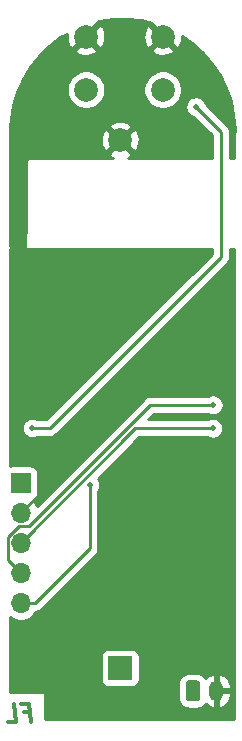
<source format=gbr>
G04 #@! TF.GenerationSoftware,KiCad,Pcbnew,(5.1.5)-1*
G04 #@! TF.CreationDate,2021-02-19T11:30:45+01:00*
G04 #@! TF.ProjectId,button - AAA,62757474-6f6e-4202-9d20-4141412e6b69,rev?*
G04 #@! TF.SameCoordinates,Original*
G04 #@! TF.FileFunction,Copper,L2,Bot*
G04 #@! TF.FilePolarity,Positive*
%FSLAX46Y46*%
G04 Gerber Fmt 4.6, Leading zero omitted, Abs format (unit mm)*
G04 Created by KiCad (PCBNEW (5.1.5)-1) date 2021-02-19 11:30:45*
%MOMM*%
%LPD*%
G04 APERTURE LIST*
%ADD10C,0.300000*%
%ADD11O,1.700000X1.700000*%
%ADD12R,1.700000X1.700000*%
%ADD13C,2.000000*%
%ADD14R,2.000000X2.000000*%
%ADD15O,1.200000X1.750000*%
%ADD16C,0.100000*%
%ADD17C,0.500000*%
%ADD18C,0.800000*%
%ADD19C,0.250000*%
%ADD20C,0.254000*%
G04 APERTURE END LIST*
D10*
X118650714Y-112312857D02*
X119150714Y-112312857D01*
X119248928Y-113098571D02*
X119061428Y-111598571D01*
X118347142Y-111598571D01*
X117248928Y-113098571D02*
X117963214Y-113098571D01*
X117775714Y-111598571D01*
D11*
X118370000Y-103060000D03*
X118370000Y-100520000D03*
X118370000Y-97980000D03*
X118370000Y-95440000D03*
D12*
X118370000Y-92900000D03*
D13*
X126790000Y-63870000D03*
D14*
X126790000Y-108570000D03*
D15*
X134930000Y-110490000D03*
G04 #@! TA.AperFunction,ComponentPad*
D16*
G36*
X133304505Y-109616204D02*
G01*
X133328773Y-109619804D01*
X133352572Y-109625765D01*
X133375671Y-109634030D01*
X133397850Y-109644520D01*
X133418893Y-109657132D01*
X133438599Y-109671747D01*
X133456777Y-109688223D01*
X133473253Y-109706401D01*
X133487868Y-109726107D01*
X133500480Y-109747150D01*
X133510970Y-109769329D01*
X133519235Y-109792428D01*
X133525196Y-109816227D01*
X133528796Y-109840495D01*
X133530000Y-109864999D01*
X133530000Y-111115001D01*
X133528796Y-111139505D01*
X133525196Y-111163773D01*
X133519235Y-111187572D01*
X133510970Y-111210671D01*
X133500480Y-111232850D01*
X133487868Y-111253893D01*
X133473253Y-111273599D01*
X133456777Y-111291777D01*
X133438599Y-111308253D01*
X133418893Y-111322868D01*
X133397850Y-111335480D01*
X133375671Y-111345970D01*
X133352572Y-111354235D01*
X133328773Y-111360196D01*
X133304505Y-111363796D01*
X133280001Y-111365000D01*
X132579999Y-111365000D01*
X132555495Y-111363796D01*
X132531227Y-111360196D01*
X132507428Y-111354235D01*
X132484329Y-111345970D01*
X132462150Y-111335480D01*
X132441107Y-111322868D01*
X132421401Y-111308253D01*
X132403223Y-111291777D01*
X132386747Y-111273599D01*
X132372132Y-111253893D01*
X132359520Y-111232850D01*
X132349030Y-111210671D01*
X132340765Y-111187572D01*
X132334804Y-111163773D01*
X132331204Y-111139505D01*
X132330000Y-111115001D01*
X132330000Y-109864999D01*
X132331204Y-109840495D01*
X132334804Y-109816227D01*
X132340765Y-109792428D01*
X132349030Y-109769329D01*
X132359520Y-109747150D01*
X132372132Y-109726107D01*
X132386747Y-109706401D01*
X132403223Y-109688223D01*
X132421401Y-109671747D01*
X132441107Y-109657132D01*
X132462150Y-109644520D01*
X132484329Y-109634030D01*
X132507428Y-109625765D01*
X132531227Y-109619804D01*
X132555495Y-109616204D01*
X132579999Y-109615000D01*
X133280001Y-109615000D01*
X133304505Y-109616204D01*
G37*
G04 #@! TD.AperFunction*
D13*
X123890000Y-59600000D03*
X123890000Y-55100000D03*
X130390000Y-59600000D03*
X130390000Y-55100000D03*
D17*
X121980000Y-89810000D03*
X133180000Y-61030000D03*
X134630000Y-88280000D03*
X134660000Y-86280000D03*
X126700000Y-95500000D03*
X124060000Y-107740000D03*
X122560000Y-102650000D03*
X130070000Y-105350000D03*
D18*
X134970000Y-104790000D03*
D17*
X119350000Y-88240000D03*
X124190000Y-93090000D03*
D19*
X133429999Y-61279999D02*
X133180000Y-61030000D01*
X135295010Y-73794990D02*
X135295010Y-63145010D01*
X120850000Y-88240000D02*
X135295010Y-73794990D01*
X135295010Y-63145010D02*
X133429999Y-61279999D01*
X119350000Y-88240000D02*
X120850000Y-88240000D01*
X121980000Y-91830000D02*
X121980000Y-89810000D01*
X118370000Y-95440000D02*
X121980000Y-91830000D01*
X119572081Y-103060000D02*
X124190000Y-98442081D01*
X118370000Y-103060000D02*
X119572081Y-103060000D01*
X124190000Y-98442081D02*
X124190000Y-93180000D01*
X128070000Y-88280000D02*
X134630000Y-88280000D01*
X118370000Y-97980000D02*
X128070000Y-88280000D01*
X118243997Y-96515001D02*
X119104999Y-96515001D01*
X118370000Y-100520000D02*
X117294999Y-99444999D01*
X117294999Y-97463999D02*
X118243997Y-96515001D01*
X117294999Y-99444999D02*
X117294999Y-97463999D01*
X129340000Y-86280000D02*
X134660000Y-86280000D01*
X119104999Y-96515001D02*
X129340000Y-86280000D01*
D20*
G36*
X128582338Y-53738129D02*
G01*
X129442009Y-53943006D01*
X129434192Y-53964587D01*
X130390000Y-54920395D01*
X130404143Y-54906253D01*
X130583748Y-55085858D01*
X130569605Y-55100000D01*
X131525413Y-56055808D01*
X131789814Y-55960044D01*
X131930704Y-55670429D01*
X132012384Y-55358892D01*
X132029697Y-55071015D01*
X132893910Y-55676249D01*
X133778022Y-56478045D01*
X134554672Y-57384328D01*
X135211609Y-58380803D01*
X135738472Y-59451750D01*
X136126957Y-60580295D01*
X136370937Y-61748638D01*
X136467531Y-62950423D01*
X136463362Y-63423695D01*
X136463077Y-63426588D01*
X136463031Y-65392294D01*
X136055010Y-65391849D01*
X136055010Y-63182333D01*
X136058686Y-63145010D01*
X136055010Y-63107687D01*
X136055010Y-63107677D01*
X136044013Y-62996024D01*
X136000556Y-62852763D01*
X135929984Y-62720734D01*
X135835011Y-62605009D01*
X135806013Y-62581211D01*
X134039515Y-60814714D01*
X134030990Y-60771855D01*
X133964277Y-60610795D01*
X133867424Y-60465845D01*
X133744155Y-60342576D01*
X133599205Y-60245723D01*
X133438145Y-60179010D01*
X133267165Y-60145000D01*
X133092835Y-60145000D01*
X132921855Y-60179010D01*
X132760795Y-60245723D01*
X132615845Y-60342576D01*
X132492576Y-60465845D01*
X132395723Y-60610795D01*
X132329010Y-60771855D01*
X132295000Y-60942835D01*
X132295000Y-61117165D01*
X132329010Y-61288145D01*
X132395723Y-61449205D01*
X132492576Y-61594155D01*
X132615845Y-61717424D01*
X132760795Y-61814277D01*
X132921855Y-61880990D01*
X132964714Y-61889515D01*
X134535011Y-63459813D01*
X134535011Y-65390189D01*
X127419293Y-65382416D01*
X127476088Y-65362795D01*
X127650044Y-65269814D01*
X127745808Y-65005413D01*
X126790000Y-64049605D01*
X125834192Y-65005413D01*
X125929956Y-65269814D01*
X126158591Y-65381039D01*
X119044975Y-65373269D01*
X119020196Y-65375682D01*
X118996363Y-65382883D01*
X118974394Y-65394595D01*
X118955132Y-65410368D01*
X118939316Y-65429596D01*
X118927556Y-65451540D01*
X118921005Y-65473051D01*
X118900314Y-65473000D01*
X118875053Y-65475474D01*
X118851239Y-65482734D01*
X118829298Y-65494500D01*
X118810075Y-65510321D01*
X118794307Y-65529587D01*
X118782601Y-65551560D01*
X118775406Y-65575394D01*
X118773000Y-65600174D01*
X118779909Y-70643844D01*
X118718529Y-72933585D01*
X118720304Y-72958418D01*
X118726890Y-72982427D01*
X118738034Y-73004690D01*
X118753306Y-73024352D01*
X118772121Y-73040656D01*
X118793755Y-73052976D01*
X118817378Y-73060839D01*
X118845045Y-73063987D01*
X134535010Y-73118116D01*
X134535010Y-73480188D01*
X120535199Y-87480000D01*
X119805538Y-87480000D01*
X119769205Y-87455723D01*
X119608145Y-87389010D01*
X119437165Y-87355000D01*
X119262835Y-87355000D01*
X119091855Y-87389010D01*
X118930795Y-87455723D01*
X118785845Y-87552576D01*
X118662576Y-87675845D01*
X118565723Y-87820795D01*
X118499010Y-87981855D01*
X118465000Y-88152835D01*
X118465000Y-88327165D01*
X118499010Y-88498145D01*
X118565723Y-88659205D01*
X118662576Y-88804155D01*
X118785845Y-88927424D01*
X118930795Y-89024277D01*
X119091855Y-89090990D01*
X119262835Y-89125000D01*
X119437165Y-89125000D01*
X119608145Y-89090990D01*
X119769205Y-89024277D01*
X119805538Y-89000000D01*
X120812678Y-89000000D01*
X120850000Y-89003676D01*
X120887322Y-89000000D01*
X120887333Y-89000000D01*
X120998986Y-88989003D01*
X121142247Y-88945546D01*
X121274276Y-88874974D01*
X121390001Y-88780001D01*
X121413804Y-88750997D01*
X135806014Y-74358788D01*
X135835011Y-74334991D01*
X135861342Y-74302907D01*
X135929984Y-74219267D01*
X136000556Y-74087237D01*
X136000556Y-74087236D01*
X136044013Y-73943976D01*
X136055010Y-73832323D01*
X136055010Y-73832314D01*
X136058686Y-73794991D01*
X136055010Y-73757668D01*
X136055010Y-73123360D01*
X136462849Y-73124767D01*
X136461916Y-112852600D01*
X120394375Y-112852600D01*
X120394375Y-110630000D01*
X117461791Y-110630000D01*
X117461676Y-107570000D01*
X125151928Y-107570000D01*
X125151928Y-109570000D01*
X125164188Y-109694482D01*
X125200498Y-109814180D01*
X125259463Y-109924494D01*
X125338815Y-110021185D01*
X125435506Y-110100537D01*
X125545820Y-110159502D01*
X125665518Y-110195812D01*
X125790000Y-110208072D01*
X127790000Y-110208072D01*
X127914482Y-110195812D01*
X128034180Y-110159502D01*
X128144494Y-110100537D01*
X128241185Y-110021185D01*
X128320537Y-109924494D01*
X128352338Y-109864999D01*
X131691928Y-109864999D01*
X131691928Y-111115001D01*
X131708992Y-111288255D01*
X131759528Y-111454851D01*
X131841595Y-111608387D01*
X131952038Y-111742962D01*
X132086613Y-111853405D01*
X132240149Y-111935472D01*
X132406745Y-111986008D01*
X132579999Y-112003072D01*
X133280001Y-112003072D01*
X133453255Y-111986008D01*
X133619851Y-111935472D01*
X133773387Y-111853405D01*
X133907962Y-111742962D01*
X134018405Y-111608387D01*
X134020967Y-111603594D01*
X134146526Y-111728078D01*
X134349467Y-111862421D01*
X134574718Y-111954591D01*
X134612391Y-111958462D01*
X134803000Y-111833731D01*
X134803000Y-110617000D01*
X135057000Y-110617000D01*
X135057000Y-111833731D01*
X135247609Y-111958462D01*
X135285282Y-111954591D01*
X135510533Y-111862421D01*
X135713474Y-111728078D01*
X135886307Y-111556725D01*
X136022390Y-111354946D01*
X136116493Y-111130496D01*
X136165000Y-110892000D01*
X136165000Y-110617000D01*
X135057000Y-110617000D01*
X134803000Y-110617000D01*
X134783000Y-110617000D01*
X134783000Y-110363000D01*
X134803000Y-110363000D01*
X134803000Y-109146269D01*
X135057000Y-109146269D01*
X135057000Y-110363000D01*
X136165000Y-110363000D01*
X136165000Y-110088000D01*
X136116493Y-109849504D01*
X136022390Y-109625054D01*
X135886307Y-109423275D01*
X135713474Y-109251922D01*
X135510533Y-109117579D01*
X135285282Y-109025409D01*
X135247609Y-109021538D01*
X135057000Y-109146269D01*
X134803000Y-109146269D01*
X134612391Y-109021538D01*
X134574718Y-109025409D01*
X134349467Y-109117579D01*
X134146526Y-109251922D01*
X134020967Y-109376406D01*
X134018405Y-109371613D01*
X133907962Y-109237038D01*
X133773387Y-109126595D01*
X133619851Y-109044528D01*
X133453255Y-108993992D01*
X133280001Y-108976928D01*
X132579999Y-108976928D01*
X132406745Y-108993992D01*
X132240149Y-109044528D01*
X132086613Y-109126595D01*
X131952038Y-109237038D01*
X131841595Y-109371613D01*
X131759528Y-109525149D01*
X131708992Y-109691745D01*
X131691928Y-109864999D01*
X128352338Y-109864999D01*
X128379502Y-109814180D01*
X128415812Y-109694482D01*
X128428072Y-109570000D01*
X128428072Y-107570000D01*
X128415812Y-107445518D01*
X128379502Y-107325820D01*
X128320537Y-107215506D01*
X128241185Y-107118815D01*
X128144494Y-107039463D01*
X128034180Y-106980498D01*
X127914482Y-106944188D01*
X127790000Y-106931928D01*
X125790000Y-106931928D01*
X125665518Y-106944188D01*
X125545820Y-106980498D01*
X125435506Y-107039463D01*
X125338815Y-107118815D01*
X125259463Y-107215506D01*
X125200498Y-107325820D01*
X125164188Y-107445518D01*
X125151928Y-107570000D01*
X117461676Y-107570000D01*
X117461549Y-104238987D01*
X117666589Y-104375990D01*
X117936842Y-104487932D01*
X118223740Y-104545000D01*
X118516260Y-104545000D01*
X118803158Y-104487932D01*
X119073411Y-104375990D01*
X119316632Y-104213475D01*
X119523475Y-104006632D01*
X119650909Y-103815913D01*
X119721067Y-103809003D01*
X119864328Y-103765546D01*
X119996357Y-103694974D01*
X120112082Y-103600001D01*
X120135885Y-103570997D01*
X124701004Y-99005879D01*
X124730001Y-98982082D01*
X124824974Y-98866357D01*
X124895546Y-98734328D01*
X124939003Y-98591067D01*
X124950000Y-98479414D01*
X124950000Y-98479406D01*
X124953676Y-98442081D01*
X124950000Y-98404756D01*
X124950000Y-93545538D01*
X124974277Y-93509205D01*
X125040990Y-93348145D01*
X125075000Y-93177165D01*
X125075000Y-93002835D01*
X125040990Y-92831855D01*
X124974277Y-92670795D01*
X124886049Y-92538753D01*
X128384802Y-89040000D01*
X134174462Y-89040000D01*
X134210795Y-89064277D01*
X134371855Y-89130990D01*
X134542835Y-89165000D01*
X134717165Y-89165000D01*
X134888145Y-89130990D01*
X135049205Y-89064277D01*
X135194155Y-88967424D01*
X135317424Y-88844155D01*
X135414277Y-88699205D01*
X135480990Y-88538145D01*
X135515000Y-88367165D01*
X135515000Y-88192835D01*
X135480990Y-88021855D01*
X135414277Y-87860795D01*
X135317424Y-87715845D01*
X135194155Y-87592576D01*
X135049205Y-87495723D01*
X134888145Y-87429010D01*
X134717165Y-87395000D01*
X134542835Y-87395000D01*
X134371855Y-87429010D01*
X134210795Y-87495723D01*
X134174462Y-87520000D01*
X129174802Y-87520000D01*
X129654802Y-87040000D01*
X134204462Y-87040000D01*
X134240795Y-87064277D01*
X134401855Y-87130990D01*
X134572835Y-87165000D01*
X134747165Y-87165000D01*
X134918145Y-87130990D01*
X135079205Y-87064277D01*
X135224155Y-86967424D01*
X135347424Y-86844155D01*
X135444277Y-86699205D01*
X135510990Y-86538145D01*
X135545000Y-86367165D01*
X135545000Y-86192835D01*
X135510990Y-86021855D01*
X135444277Y-85860795D01*
X135347424Y-85715845D01*
X135224155Y-85592576D01*
X135079205Y-85495723D01*
X134918145Y-85429010D01*
X134747165Y-85395000D01*
X134572835Y-85395000D01*
X134401855Y-85429010D01*
X134240795Y-85495723D01*
X134204462Y-85520000D01*
X129377322Y-85520000D01*
X129339999Y-85516324D01*
X129302676Y-85520000D01*
X129302667Y-85520000D01*
X129191014Y-85530997D01*
X129047753Y-85574454D01*
X128915724Y-85645026D01*
X128799999Y-85739999D01*
X128776201Y-85768997D01*
X119716001Y-94829198D01*
X119641641Y-94673080D01*
X119467588Y-94439731D01*
X119383534Y-94363966D01*
X119464180Y-94339502D01*
X119574494Y-94280537D01*
X119671185Y-94201185D01*
X119750537Y-94104494D01*
X119809502Y-93994180D01*
X119845812Y-93874482D01*
X119858072Y-93750000D01*
X119858072Y-92050000D01*
X119845812Y-91925518D01*
X119809502Y-91805820D01*
X119750537Y-91695506D01*
X119671185Y-91598815D01*
X119574494Y-91519463D01*
X119464180Y-91460498D01*
X119344482Y-91424188D01*
X119220000Y-91411928D01*
X117520000Y-91411928D01*
X117461064Y-91417733D01*
X117460369Y-73059210D01*
X117742936Y-73060185D01*
X117767721Y-73057830D01*
X117791570Y-73050686D01*
X117813567Y-73039025D01*
X117832866Y-73023298D01*
X117848727Y-73004107D01*
X117860538Y-72982191D01*
X117867848Y-72958392D01*
X117870373Y-72933624D01*
X117868018Y-72908839D01*
X117860874Y-72884990D01*
X117849213Y-72862993D01*
X117833486Y-72843694D01*
X117814295Y-72827833D01*
X117792379Y-72816022D01*
X117768580Y-72808712D01*
X117745888Y-72806211D01*
X117460360Y-72800557D01*
X117460025Y-63932595D01*
X125148282Y-63932595D01*
X125192039Y-64251675D01*
X125297205Y-64556088D01*
X125390186Y-64730044D01*
X125654587Y-64825808D01*
X126610395Y-63870000D01*
X126969605Y-63870000D01*
X127925413Y-64825808D01*
X128189814Y-64730044D01*
X128330704Y-64440429D01*
X128412384Y-64128892D01*
X128431718Y-63807405D01*
X128387961Y-63488325D01*
X128282795Y-63183912D01*
X128189814Y-63009956D01*
X127925413Y-62914192D01*
X126969605Y-63870000D01*
X126610395Y-63870000D01*
X125654587Y-62914192D01*
X125390186Y-63009956D01*
X125249296Y-63299571D01*
X125167616Y-63611108D01*
X125148282Y-63932595D01*
X117460025Y-63932595D01*
X117460000Y-63295007D01*
X117485494Y-62734587D01*
X125834192Y-62734587D01*
X126790000Y-63690395D01*
X127745808Y-62734587D01*
X127650044Y-62470186D01*
X127360429Y-62329296D01*
X127048892Y-62247616D01*
X126727405Y-62228282D01*
X126408325Y-62272039D01*
X126103912Y-62377205D01*
X125929956Y-62470186D01*
X125834192Y-62734587D01*
X117485494Y-62734587D01*
X117515445Y-62076211D01*
X117718693Y-60900104D01*
X118067742Y-59758751D01*
X118211490Y-59438967D01*
X122255000Y-59438967D01*
X122255000Y-59761033D01*
X122317832Y-60076912D01*
X122441082Y-60374463D01*
X122620013Y-60642252D01*
X122847748Y-60869987D01*
X123115537Y-61048918D01*
X123413088Y-61172168D01*
X123728967Y-61235000D01*
X124051033Y-61235000D01*
X124366912Y-61172168D01*
X124664463Y-61048918D01*
X124932252Y-60869987D01*
X125159987Y-60642252D01*
X125338918Y-60374463D01*
X125462168Y-60076912D01*
X125525000Y-59761033D01*
X125525000Y-59438967D01*
X128755000Y-59438967D01*
X128755000Y-59761033D01*
X128817832Y-60076912D01*
X128941082Y-60374463D01*
X129120013Y-60642252D01*
X129347748Y-60869987D01*
X129615537Y-61048918D01*
X129913088Y-61172168D01*
X130228967Y-61235000D01*
X130551033Y-61235000D01*
X130866912Y-61172168D01*
X131164463Y-61048918D01*
X131432252Y-60869987D01*
X131659987Y-60642252D01*
X131838918Y-60374463D01*
X131962168Y-60076912D01*
X132025000Y-59761033D01*
X132025000Y-59438967D01*
X131962168Y-59123088D01*
X131838918Y-58825537D01*
X131659987Y-58557748D01*
X131432252Y-58330013D01*
X131164463Y-58151082D01*
X130866912Y-58027832D01*
X130551033Y-57965000D01*
X130228967Y-57965000D01*
X129913088Y-58027832D01*
X129615537Y-58151082D01*
X129347748Y-58330013D01*
X129120013Y-58557748D01*
X128941082Y-58825537D01*
X128817832Y-59123088D01*
X128755000Y-59438967D01*
X125525000Y-59438967D01*
X125462168Y-59123088D01*
X125338918Y-58825537D01*
X125159987Y-58557748D01*
X124932252Y-58330013D01*
X124664463Y-58151082D01*
X124366912Y-58027832D01*
X124051033Y-57965000D01*
X123728967Y-57965000D01*
X123413088Y-58027832D01*
X123115537Y-58151082D01*
X122847748Y-58330013D01*
X122620013Y-58557748D01*
X122441082Y-58825537D01*
X122317832Y-59123088D01*
X122255000Y-59438967D01*
X118211490Y-59438967D01*
X118557088Y-58670145D01*
X119179016Y-57651453D01*
X119923714Y-56718740D01*
X120420811Y-56235413D01*
X122934192Y-56235413D01*
X123029956Y-56499814D01*
X123319571Y-56640704D01*
X123631108Y-56722384D01*
X123952595Y-56741718D01*
X124271675Y-56697961D01*
X124576088Y-56592795D01*
X124750044Y-56499814D01*
X124845808Y-56235413D01*
X129434192Y-56235413D01*
X129529956Y-56499814D01*
X129819571Y-56640704D01*
X130131108Y-56722384D01*
X130452595Y-56741718D01*
X130771675Y-56697961D01*
X131076088Y-56592795D01*
X131250044Y-56499814D01*
X131345808Y-56235413D01*
X130390000Y-55279605D01*
X129434192Y-56235413D01*
X124845808Y-56235413D01*
X123890000Y-55279605D01*
X122934192Y-56235413D01*
X120420811Y-56235413D01*
X120779446Y-55886714D01*
X121732700Y-55168508D01*
X122266301Y-54862970D01*
X122248282Y-55162595D01*
X122292039Y-55481675D01*
X122397205Y-55786088D01*
X122490186Y-55960044D01*
X122754587Y-56055808D01*
X123710395Y-55100000D01*
X124069605Y-55100000D01*
X125025413Y-56055808D01*
X125289814Y-55960044D01*
X125430704Y-55670429D01*
X125512384Y-55358892D01*
X125524189Y-55162595D01*
X128748282Y-55162595D01*
X128792039Y-55481675D01*
X128897205Y-55786088D01*
X128990186Y-55960044D01*
X129254587Y-56055808D01*
X130210395Y-55100000D01*
X129254587Y-54144192D01*
X128990186Y-54239956D01*
X128849296Y-54529571D01*
X128767616Y-54841108D01*
X128748282Y-55162595D01*
X125524189Y-55162595D01*
X125531718Y-55037405D01*
X125487961Y-54718325D01*
X125382795Y-54413912D01*
X125289814Y-54239956D01*
X125025413Y-54144192D01*
X124069605Y-55100000D01*
X123710395Y-55100000D01*
X123696253Y-55085858D01*
X123875858Y-54906253D01*
X123890000Y-54920395D01*
X124845808Y-53964587D01*
X124807497Y-53858813D01*
X125021087Y-53799999D01*
X126202442Y-53629863D01*
X127395791Y-53609130D01*
X128582338Y-53738129D01*
G37*
X128582338Y-53738129D02*
X129442009Y-53943006D01*
X129434192Y-53964587D01*
X130390000Y-54920395D01*
X130404143Y-54906253D01*
X130583748Y-55085858D01*
X130569605Y-55100000D01*
X131525413Y-56055808D01*
X131789814Y-55960044D01*
X131930704Y-55670429D01*
X132012384Y-55358892D01*
X132029697Y-55071015D01*
X132893910Y-55676249D01*
X133778022Y-56478045D01*
X134554672Y-57384328D01*
X135211609Y-58380803D01*
X135738472Y-59451750D01*
X136126957Y-60580295D01*
X136370937Y-61748638D01*
X136467531Y-62950423D01*
X136463362Y-63423695D01*
X136463077Y-63426588D01*
X136463031Y-65392294D01*
X136055010Y-65391849D01*
X136055010Y-63182333D01*
X136058686Y-63145010D01*
X136055010Y-63107687D01*
X136055010Y-63107677D01*
X136044013Y-62996024D01*
X136000556Y-62852763D01*
X135929984Y-62720734D01*
X135835011Y-62605009D01*
X135806013Y-62581211D01*
X134039515Y-60814714D01*
X134030990Y-60771855D01*
X133964277Y-60610795D01*
X133867424Y-60465845D01*
X133744155Y-60342576D01*
X133599205Y-60245723D01*
X133438145Y-60179010D01*
X133267165Y-60145000D01*
X133092835Y-60145000D01*
X132921855Y-60179010D01*
X132760795Y-60245723D01*
X132615845Y-60342576D01*
X132492576Y-60465845D01*
X132395723Y-60610795D01*
X132329010Y-60771855D01*
X132295000Y-60942835D01*
X132295000Y-61117165D01*
X132329010Y-61288145D01*
X132395723Y-61449205D01*
X132492576Y-61594155D01*
X132615845Y-61717424D01*
X132760795Y-61814277D01*
X132921855Y-61880990D01*
X132964714Y-61889515D01*
X134535011Y-63459813D01*
X134535011Y-65390189D01*
X127419293Y-65382416D01*
X127476088Y-65362795D01*
X127650044Y-65269814D01*
X127745808Y-65005413D01*
X126790000Y-64049605D01*
X125834192Y-65005413D01*
X125929956Y-65269814D01*
X126158591Y-65381039D01*
X119044975Y-65373269D01*
X119020196Y-65375682D01*
X118996363Y-65382883D01*
X118974394Y-65394595D01*
X118955132Y-65410368D01*
X118939316Y-65429596D01*
X118927556Y-65451540D01*
X118921005Y-65473051D01*
X118900314Y-65473000D01*
X118875053Y-65475474D01*
X118851239Y-65482734D01*
X118829298Y-65494500D01*
X118810075Y-65510321D01*
X118794307Y-65529587D01*
X118782601Y-65551560D01*
X118775406Y-65575394D01*
X118773000Y-65600174D01*
X118779909Y-70643844D01*
X118718529Y-72933585D01*
X118720304Y-72958418D01*
X118726890Y-72982427D01*
X118738034Y-73004690D01*
X118753306Y-73024352D01*
X118772121Y-73040656D01*
X118793755Y-73052976D01*
X118817378Y-73060839D01*
X118845045Y-73063987D01*
X134535010Y-73118116D01*
X134535010Y-73480188D01*
X120535199Y-87480000D01*
X119805538Y-87480000D01*
X119769205Y-87455723D01*
X119608145Y-87389010D01*
X119437165Y-87355000D01*
X119262835Y-87355000D01*
X119091855Y-87389010D01*
X118930795Y-87455723D01*
X118785845Y-87552576D01*
X118662576Y-87675845D01*
X118565723Y-87820795D01*
X118499010Y-87981855D01*
X118465000Y-88152835D01*
X118465000Y-88327165D01*
X118499010Y-88498145D01*
X118565723Y-88659205D01*
X118662576Y-88804155D01*
X118785845Y-88927424D01*
X118930795Y-89024277D01*
X119091855Y-89090990D01*
X119262835Y-89125000D01*
X119437165Y-89125000D01*
X119608145Y-89090990D01*
X119769205Y-89024277D01*
X119805538Y-89000000D01*
X120812678Y-89000000D01*
X120850000Y-89003676D01*
X120887322Y-89000000D01*
X120887333Y-89000000D01*
X120998986Y-88989003D01*
X121142247Y-88945546D01*
X121274276Y-88874974D01*
X121390001Y-88780001D01*
X121413804Y-88750997D01*
X135806014Y-74358788D01*
X135835011Y-74334991D01*
X135861342Y-74302907D01*
X135929984Y-74219267D01*
X136000556Y-74087237D01*
X136000556Y-74087236D01*
X136044013Y-73943976D01*
X136055010Y-73832323D01*
X136055010Y-73832314D01*
X136058686Y-73794991D01*
X136055010Y-73757668D01*
X136055010Y-73123360D01*
X136462849Y-73124767D01*
X136461916Y-112852600D01*
X120394375Y-112852600D01*
X120394375Y-110630000D01*
X117461791Y-110630000D01*
X117461676Y-107570000D01*
X125151928Y-107570000D01*
X125151928Y-109570000D01*
X125164188Y-109694482D01*
X125200498Y-109814180D01*
X125259463Y-109924494D01*
X125338815Y-110021185D01*
X125435506Y-110100537D01*
X125545820Y-110159502D01*
X125665518Y-110195812D01*
X125790000Y-110208072D01*
X127790000Y-110208072D01*
X127914482Y-110195812D01*
X128034180Y-110159502D01*
X128144494Y-110100537D01*
X128241185Y-110021185D01*
X128320537Y-109924494D01*
X128352338Y-109864999D01*
X131691928Y-109864999D01*
X131691928Y-111115001D01*
X131708992Y-111288255D01*
X131759528Y-111454851D01*
X131841595Y-111608387D01*
X131952038Y-111742962D01*
X132086613Y-111853405D01*
X132240149Y-111935472D01*
X132406745Y-111986008D01*
X132579999Y-112003072D01*
X133280001Y-112003072D01*
X133453255Y-111986008D01*
X133619851Y-111935472D01*
X133773387Y-111853405D01*
X133907962Y-111742962D01*
X134018405Y-111608387D01*
X134020967Y-111603594D01*
X134146526Y-111728078D01*
X134349467Y-111862421D01*
X134574718Y-111954591D01*
X134612391Y-111958462D01*
X134803000Y-111833731D01*
X134803000Y-110617000D01*
X135057000Y-110617000D01*
X135057000Y-111833731D01*
X135247609Y-111958462D01*
X135285282Y-111954591D01*
X135510533Y-111862421D01*
X135713474Y-111728078D01*
X135886307Y-111556725D01*
X136022390Y-111354946D01*
X136116493Y-111130496D01*
X136165000Y-110892000D01*
X136165000Y-110617000D01*
X135057000Y-110617000D01*
X134803000Y-110617000D01*
X134783000Y-110617000D01*
X134783000Y-110363000D01*
X134803000Y-110363000D01*
X134803000Y-109146269D01*
X135057000Y-109146269D01*
X135057000Y-110363000D01*
X136165000Y-110363000D01*
X136165000Y-110088000D01*
X136116493Y-109849504D01*
X136022390Y-109625054D01*
X135886307Y-109423275D01*
X135713474Y-109251922D01*
X135510533Y-109117579D01*
X135285282Y-109025409D01*
X135247609Y-109021538D01*
X135057000Y-109146269D01*
X134803000Y-109146269D01*
X134612391Y-109021538D01*
X134574718Y-109025409D01*
X134349467Y-109117579D01*
X134146526Y-109251922D01*
X134020967Y-109376406D01*
X134018405Y-109371613D01*
X133907962Y-109237038D01*
X133773387Y-109126595D01*
X133619851Y-109044528D01*
X133453255Y-108993992D01*
X133280001Y-108976928D01*
X132579999Y-108976928D01*
X132406745Y-108993992D01*
X132240149Y-109044528D01*
X132086613Y-109126595D01*
X131952038Y-109237038D01*
X131841595Y-109371613D01*
X131759528Y-109525149D01*
X131708992Y-109691745D01*
X131691928Y-109864999D01*
X128352338Y-109864999D01*
X128379502Y-109814180D01*
X128415812Y-109694482D01*
X128428072Y-109570000D01*
X128428072Y-107570000D01*
X128415812Y-107445518D01*
X128379502Y-107325820D01*
X128320537Y-107215506D01*
X128241185Y-107118815D01*
X128144494Y-107039463D01*
X128034180Y-106980498D01*
X127914482Y-106944188D01*
X127790000Y-106931928D01*
X125790000Y-106931928D01*
X125665518Y-106944188D01*
X125545820Y-106980498D01*
X125435506Y-107039463D01*
X125338815Y-107118815D01*
X125259463Y-107215506D01*
X125200498Y-107325820D01*
X125164188Y-107445518D01*
X125151928Y-107570000D01*
X117461676Y-107570000D01*
X117461549Y-104238987D01*
X117666589Y-104375990D01*
X117936842Y-104487932D01*
X118223740Y-104545000D01*
X118516260Y-104545000D01*
X118803158Y-104487932D01*
X119073411Y-104375990D01*
X119316632Y-104213475D01*
X119523475Y-104006632D01*
X119650909Y-103815913D01*
X119721067Y-103809003D01*
X119864328Y-103765546D01*
X119996357Y-103694974D01*
X120112082Y-103600001D01*
X120135885Y-103570997D01*
X124701004Y-99005879D01*
X124730001Y-98982082D01*
X124824974Y-98866357D01*
X124895546Y-98734328D01*
X124939003Y-98591067D01*
X124950000Y-98479414D01*
X124950000Y-98479406D01*
X124953676Y-98442081D01*
X124950000Y-98404756D01*
X124950000Y-93545538D01*
X124974277Y-93509205D01*
X125040990Y-93348145D01*
X125075000Y-93177165D01*
X125075000Y-93002835D01*
X125040990Y-92831855D01*
X124974277Y-92670795D01*
X124886049Y-92538753D01*
X128384802Y-89040000D01*
X134174462Y-89040000D01*
X134210795Y-89064277D01*
X134371855Y-89130990D01*
X134542835Y-89165000D01*
X134717165Y-89165000D01*
X134888145Y-89130990D01*
X135049205Y-89064277D01*
X135194155Y-88967424D01*
X135317424Y-88844155D01*
X135414277Y-88699205D01*
X135480990Y-88538145D01*
X135515000Y-88367165D01*
X135515000Y-88192835D01*
X135480990Y-88021855D01*
X135414277Y-87860795D01*
X135317424Y-87715845D01*
X135194155Y-87592576D01*
X135049205Y-87495723D01*
X134888145Y-87429010D01*
X134717165Y-87395000D01*
X134542835Y-87395000D01*
X134371855Y-87429010D01*
X134210795Y-87495723D01*
X134174462Y-87520000D01*
X129174802Y-87520000D01*
X129654802Y-87040000D01*
X134204462Y-87040000D01*
X134240795Y-87064277D01*
X134401855Y-87130990D01*
X134572835Y-87165000D01*
X134747165Y-87165000D01*
X134918145Y-87130990D01*
X135079205Y-87064277D01*
X135224155Y-86967424D01*
X135347424Y-86844155D01*
X135444277Y-86699205D01*
X135510990Y-86538145D01*
X135545000Y-86367165D01*
X135545000Y-86192835D01*
X135510990Y-86021855D01*
X135444277Y-85860795D01*
X135347424Y-85715845D01*
X135224155Y-85592576D01*
X135079205Y-85495723D01*
X134918145Y-85429010D01*
X134747165Y-85395000D01*
X134572835Y-85395000D01*
X134401855Y-85429010D01*
X134240795Y-85495723D01*
X134204462Y-85520000D01*
X129377322Y-85520000D01*
X129339999Y-85516324D01*
X129302676Y-85520000D01*
X129302667Y-85520000D01*
X129191014Y-85530997D01*
X129047753Y-85574454D01*
X128915724Y-85645026D01*
X128799999Y-85739999D01*
X128776201Y-85768997D01*
X119716001Y-94829198D01*
X119641641Y-94673080D01*
X119467588Y-94439731D01*
X119383534Y-94363966D01*
X119464180Y-94339502D01*
X119574494Y-94280537D01*
X119671185Y-94201185D01*
X119750537Y-94104494D01*
X119809502Y-93994180D01*
X119845812Y-93874482D01*
X119858072Y-93750000D01*
X119858072Y-92050000D01*
X119845812Y-91925518D01*
X119809502Y-91805820D01*
X119750537Y-91695506D01*
X119671185Y-91598815D01*
X119574494Y-91519463D01*
X119464180Y-91460498D01*
X119344482Y-91424188D01*
X119220000Y-91411928D01*
X117520000Y-91411928D01*
X117461064Y-91417733D01*
X117460369Y-73059210D01*
X117742936Y-73060185D01*
X117767721Y-73057830D01*
X117791570Y-73050686D01*
X117813567Y-73039025D01*
X117832866Y-73023298D01*
X117848727Y-73004107D01*
X117860538Y-72982191D01*
X117867848Y-72958392D01*
X117870373Y-72933624D01*
X117868018Y-72908839D01*
X117860874Y-72884990D01*
X117849213Y-72862993D01*
X117833486Y-72843694D01*
X117814295Y-72827833D01*
X117792379Y-72816022D01*
X117768580Y-72808712D01*
X117745888Y-72806211D01*
X117460360Y-72800557D01*
X117460025Y-63932595D01*
X125148282Y-63932595D01*
X125192039Y-64251675D01*
X125297205Y-64556088D01*
X125390186Y-64730044D01*
X125654587Y-64825808D01*
X126610395Y-63870000D01*
X126969605Y-63870000D01*
X127925413Y-64825808D01*
X128189814Y-64730044D01*
X128330704Y-64440429D01*
X128412384Y-64128892D01*
X128431718Y-63807405D01*
X128387961Y-63488325D01*
X128282795Y-63183912D01*
X128189814Y-63009956D01*
X127925413Y-62914192D01*
X126969605Y-63870000D01*
X126610395Y-63870000D01*
X125654587Y-62914192D01*
X125390186Y-63009956D01*
X125249296Y-63299571D01*
X125167616Y-63611108D01*
X125148282Y-63932595D01*
X117460025Y-63932595D01*
X117460000Y-63295007D01*
X117485494Y-62734587D01*
X125834192Y-62734587D01*
X126790000Y-63690395D01*
X127745808Y-62734587D01*
X127650044Y-62470186D01*
X127360429Y-62329296D01*
X127048892Y-62247616D01*
X126727405Y-62228282D01*
X126408325Y-62272039D01*
X126103912Y-62377205D01*
X125929956Y-62470186D01*
X125834192Y-62734587D01*
X117485494Y-62734587D01*
X117515445Y-62076211D01*
X117718693Y-60900104D01*
X118067742Y-59758751D01*
X118211490Y-59438967D01*
X122255000Y-59438967D01*
X122255000Y-59761033D01*
X122317832Y-60076912D01*
X122441082Y-60374463D01*
X122620013Y-60642252D01*
X122847748Y-60869987D01*
X123115537Y-61048918D01*
X123413088Y-61172168D01*
X123728967Y-61235000D01*
X124051033Y-61235000D01*
X124366912Y-61172168D01*
X124664463Y-61048918D01*
X124932252Y-60869987D01*
X125159987Y-60642252D01*
X125338918Y-60374463D01*
X125462168Y-60076912D01*
X125525000Y-59761033D01*
X125525000Y-59438967D01*
X128755000Y-59438967D01*
X128755000Y-59761033D01*
X128817832Y-60076912D01*
X128941082Y-60374463D01*
X129120013Y-60642252D01*
X129347748Y-60869987D01*
X129615537Y-61048918D01*
X129913088Y-61172168D01*
X130228967Y-61235000D01*
X130551033Y-61235000D01*
X130866912Y-61172168D01*
X131164463Y-61048918D01*
X131432252Y-60869987D01*
X131659987Y-60642252D01*
X131838918Y-60374463D01*
X131962168Y-60076912D01*
X132025000Y-59761033D01*
X132025000Y-59438967D01*
X131962168Y-59123088D01*
X131838918Y-58825537D01*
X131659987Y-58557748D01*
X131432252Y-58330013D01*
X131164463Y-58151082D01*
X130866912Y-58027832D01*
X130551033Y-57965000D01*
X130228967Y-57965000D01*
X129913088Y-58027832D01*
X129615537Y-58151082D01*
X129347748Y-58330013D01*
X129120013Y-58557748D01*
X128941082Y-58825537D01*
X128817832Y-59123088D01*
X128755000Y-59438967D01*
X125525000Y-59438967D01*
X125462168Y-59123088D01*
X125338918Y-58825537D01*
X125159987Y-58557748D01*
X124932252Y-58330013D01*
X124664463Y-58151082D01*
X124366912Y-58027832D01*
X124051033Y-57965000D01*
X123728967Y-57965000D01*
X123413088Y-58027832D01*
X123115537Y-58151082D01*
X122847748Y-58330013D01*
X122620013Y-58557748D01*
X122441082Y-58825537D01*
X122317832Y-59123088D01*
X122255000Y-59438967D01*
X118211490Y-59438967D01*
X118557088Y-58670145D01*
X119179016Y-57651453D01*
X119923714Y-56718740D01*
X120420811Y-56235413D01*
X122934192Y-56235413D01*
X123029956Y-56499814D01*
X123319571Y-56640704D01*
X123631108Y-56722384D01*
X123952595Y-56741718D01*
X124271675Y-56697961D01*
X124576088Y-56592795D01*
X124750044Y-56499814D01*
X124845808Y-56235413D01*
X129434192Y-56235413D01*
X129529956Y-56499814D01*
X129819571Y-56640704D01*
X130131108Y-56722384D01*
X130452595Y-56741718D01*
X130771675Y-56697961D01*
X131076088Y-56592795D01*
X131250044Y-56499814D01*
X131345808Y-56235413D01*
X130390000Y-55279605D01*
X129434192Y-56235413D01*
X124845808Y-56235413D01*
X123890000Y-55279605D01*
X122934192Y-56235413D01*
X120420811Y-56235413D01*
X120779446Y-55886714D01*
X121732700Y-55168508D01*
X122266301Y-54862970D01*
X122248282Y-55162595D01*
X122292039Y-55481675D01*
X122397205Y-55786088D01*
X122490186Y-55960044D01*
X122754587Y-56055808D01*
X123710395Y-55100000D01*
X124069605Y-55100000D01*
X125025413Y-56055808D01*
X125289814Y-55960044D01*
X125430704Y-55670429D01*
X125512384Y-55358892D01*
X125524189Y-55162595D01*
X128748282Y-55162595D01*
X128792039Y-55481675D01*
X128897205Y-55786088D01*
X128990186Y-55960044D01*
X129254587Y-56055808D01*
X130210395Y-55100000D01*
X129254587Y-54144192D01*
X128990186Y-54239956D01*
X128849296Y-54529571D01*
X128767616Y-54841108D01*
X128748282Y-55162595D01*
X125524189Y-55162595D01*
X125531718Y-55037405D01*
X125487961Y-54718325D01*
X125382795Y-54413912D01*
X125289814Y-54239956D01*
X125025413Y-54144192D01*
X124069605Y-55100000D01*
X123710395Y-55100000D01*
X123696253Y-55085858D01*
X123875858Y-54906253D01*
X123890000Y-54920395D01*
X124845808Y-53964587D01*
X124807497Y-53858813D01*
X125021087Y-53799999D01*
X126202442Y-53629863D01*
X127395791Y-53609130D01*
X128582338Y-53738129D01*
G36*
X118497000Y-95313000D02*
G01*
X118517000Y-95313000D01*
X118517000Y-95567000D01*
X118497000Y-95567000D01*
X118497000Y-95587000D01*
X118243000Y-95587000D01*
X118243000Y-95567000D01*
X118223000Y-95567000D01*
X118223000Y-95313000D01*
X118243000Y-95313000D01*
X118243000Y-95293000D01*
X118497000Y-95293000D01*
X118497000Y-95313000D01*
G37*
X118497000Y-95313000D02*
X118517000Y-95313000D01*
X118517000Y-95567000D01*
X118497000Y-95567000D01*
X118497000Y-95587000D01*
X118243000Y-95587000D01*
X118243000Y-95567000D01*
X118223000Y-95567000D01*
X118223000Y-95313000D01*
X118243000Y-95313000D01*
X118243000Y-95293000D01*
X118497000Y-95293000D01*
X118497000Y-95313000D01*
M02*

</source>
